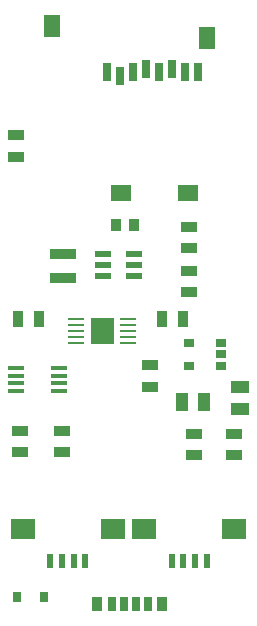
<source format=gtp>
G04*
G04 #@! TF.GenerationSoftware,Altium Limited,Altium Designer,20.2.7 (254)*
G04*
G04 Layer_Color=8421504*
%FSLAX25Y25*%
%MOIN*%
G70*
G04*
G04 #@! TF.SameCoordinates,4998CC98-4955-4D50-BC1E-778ED6EA16F9*
G04*
G04*
G04 #@! TF.FilePolarity,Positive*
G04*
G01*
G75*
%ADD17R,0.05500X0.01100*%
G04:AMPARAMS|DCode=18|XSize=55.12mil|YSize=35.43mil|CornerRadius=1.77mil|HoleSize=0mil|Usage=FLASHONLY|Rotation=90.000|XOffset=0mil|YOffset=0mil|HoleType=Round|Shape=RoundedRectangle|*
%AMROUNDEDRECTD18*
21,1,0.05512,0.03189,0,0,90.0*
21,1,0.05158,0.03543,0,0,90.0*
1,1,0.00354,0.01595,0.02579*
1,1,0.00354,0.01595,-0.02579*
1,1,0.00354,-0.01595,-0.02579*
1,1,0.00354,-0.01595,0.02579*
%
%ADD18ROUNDEDRECTD18*%
G04:AMPARAMS|DCode=19|XSize=55.12mil|YSize=35.43mil|CornerRadius=1.77mil|HoleSize=0mil|Usage=FLASHONLY|Rotation=180.000|XOffset=0mil|YOffset=0mil|HoleType=Round|Shape=RoundedRectangle|*
%AMROUNDEDRECTD19*
21,1,0.05512,0.03189,0,0,180.0*
21,1,0.05158,0.03543,0,0,180.0*
1,1,0.00354,-0.02579,0.01595*
1,1,0.00354,0.02579,0.01595*
1,1,0.00354,0.02579,-0.01595*
1,1,0.00354,-0.02579,-0.01595*
%
%ADD19ROUNDEDRECTD19*%
%ADD20R,0.03150X0.03543*%
%ADD21R,0.03543X0.04528*%
%ADD22R,0.03150X0.04528*%
%ADD23R,0.02756X0.04528*%
%ADD24R,0.05200X0.02362*%
%ADD25R,0.05200X0.01400*%
G04:AMPARAMS|DCode=26|XSize=31.5mil|YSize=86.61mil|CornerRadius=1.58mil|HoleSize=0mil|Usage=FLASHONLY|Rotation=90.000|XOffset=0mil|YOffset=0mil|HoleType=Round|Shape=RoundedRectangle|*
%AMROUNDEDRECTD26*
21,1,0.03150,0.08346,0,0,90.0*
21,1,0.02835,0.08661,0,0,90.0*
1,1,0.00315,0.04173,0.01417*
1,1,0.00315,0.04173,-0.01417*
1,1,0.00315,-0.04173,-0.01417*
1,1,0.00315,-0.04173,0.01417*
%
%ADD26ROUNDEDRECTD26*%
G04:AMPARAMS|DCode=27|XSize=37.4mil|YSize=35.43mil|CornerRadius=1.77mil|HoleSize=0mil|Usage=FLASHONLY|Rotation=90.000|XOffset=0mil|YOffset=0mil|HoleType=Round|Shape=RoundedRectangle|*
%AMROUNDEDRECTD27*
21,1,0.03740,0.03189,0,0,90.0*
21,1,0.03386,0.03543,0,0,90.0*
1,1,0.00354,0.01595,0.01693*
1,1,0.00354,0.01595,-0.01693*
1,1,0.00354,-0.01595,-0.01693*
1,1,0.00354,-0.01595,0.01693*
%
%ADD27ROUNDEDRECTD27*%
G04:AMPARAMS|DCode=28|XSize=61.02mil|YSize=41.34mil|CornerRadius=2.07mil|HoleSize=0mil|Usage=FLASHONLY|Rotation=90.000|XOffset=0mil|YOffset=0mil|HoleType=Round|Shape=RoundedRectangle|*
%AMROUNDEDRECTD28*
21,1,0.06102,0.03720,0,0,90.0*
21,1,0.05689,0.04134,0,0,90.0*
1,1,0.00413,0.01860,0.02845*
1,1,0.00413,0.01860,-0.02845*
1,1,0.00413,-0.01860,-0.02845*
1,1,0.00413,-0.01860,0.02845*
%
%ADD28ROUNDEDRECTD28*%
G04:AMPARAMS|DCode=29|XSize=61.02mil|YSize=41.34mil|CornerRadius=2.07mil|HoleSize=0mil|Usage=FLASHONLY|Rotation=180.000|XOffset=0mil|YOffset=0mil|HoleType=Round|Shape=RoundedRectangle|*
%AMROUNDEDRECTD29*
21,1,0.06102,0.03720,0,0,180.0*
21,1,0.05689,0.04134,0,0,180.0*
1,1,0.00413,-0.02845,0.01860*
1,1,0.00413,0.02845,0.01860*
1,1,0.00413,0.02845,-0.01860*
1,1,0.00413,-0.02845,-0.01860*
%
%ADD29ROUNDEDRECTD29*%
G04:AMPARAMS|DCode=30|XSize=23.62mil|YSize=35.43mil|CornerRadius=1.18mil|HoleSize=0mil|Usage=FLASHONLY|Rotation=90.000|XOffset=0mil|YOffset=0mil|HoleType=Round|Shape=RoundedRectangle|*
%AMROUNDEDRECTD30*
21,1,0.02362,0.03307,0,0,90.0*
21,1,0.02126,0.03543,0,0,90.0*
1,1,0.00236,0.01654,0.01063*
1,1,0.00236,0.01654,-0.01063*
1,1,0.00236,-0.01654,-0.01063*
1,1,0.00236,-0.01654,0.01063*
%
%ADD30ROUNDEDRECTD30*%
%ADD31R,0.07874X0.07087*%
%ADD32R,0.02362X0.05118*%
%ADD33R,0.03150X0.05906*%
%ADD34R,0.05512X0.07480*%
%ADD35R,0.07087X0.05512*%
G36*
X55276Y106577D02*
X47676D01*
Y115077D01*
X55276D01*
Y106577D01*
D02*
G37*
D17*
X42876Y110827D02*
D03*
Y112797D02*
D03*
Y106887D02*
D03*
Y108857D02*
D03*
X60076Y110827D02*
D03*
Y114767D02*
D03*
Y112797D02*
D03*
Y108857D02*
D03*
Y106887D02*
D03*
X42876Y114767D02*
D03*
D18*
X71305D02*
D03*
X78392D02*
D03*
X30413D02*
D03*
X23327D02*
D03*
D19*
X67520Y92224D02*
D03*
Y99311D02*
D03*
X22623Y175965D02*
D03*
Y168878D02*
D03*
X80512Y145374D02*
D03*
Y138287D02*
D03*
Y130709D02*
D03*
Y123622D02*
D03*
X37991Y77559D02*
D03*
Y70472D02*
D03*
X24114Y77559D02*
D03*
Y70472D02*
D03*
X95473Y76575D02*
D03*
Y69488D02*
D03*
X82087Y76575D02*
D03*
Y69488D02*
D03*
D20*
X22933Y22080D02*
D03*
X31988D02*
D03*
D21*
X71457Y19685D02*
D03*
X49803D02*
D03*
D22*
X66614D02*
D03*
X54646D02*
D03*
D23*
X58661D02*
D03*
X62598D02*
D03*
D24*
X61982Y136476D02*
D03*
Y132776D02*
D03*
Y129076D02*
D03*
X51782D02*
D03*
Y132776D02*
D03*
Y136476D02*
D03*
D25*
X37023Y90787D02*
D03*
Y93287D02*
D03*
Y95887D02*
D03*
Y98387D02*
D03*
X22623D02*
D03*
Y95887D02*
D03*
Y93287D02*
D03*
Y90787D02*
D03*
D26*
X38275Y128548D02*
D03*
Y136422D02*
D03*
D27*
X55962Y146225D02*
D03*
X62064D02*
D03*
D28*
X85236Y87008D02*
D03*
X77953D02*
D03*
D29*
X97441Y92028D02*
D03*
Y84745D02*
D03*
D30*
X80315Y99257D02*
D03*
X90945D02*
D03*
X80315Y106737D02*
D03*
X90945D02*
D03*
Y102997D02*
D03*
D31*
X95472Y44882D02*
D03*
X65551D02*
D03*
X54921D02*
D03*
X24999D02*
D03*
D32*
X74606Y34055D02*
D03*
X78543D02*
D03*
X82480D02*
D03*
X86417D02*
D03*
X34054D02*
D03*
X37991D02*
D03*
X41928D02*
D03*
X45865D02*
D03*
D33*
X52993Y197244D02*
D03*
X57323Y195669D02*
D03*
X61654Y197244D02*
D03*
X65985Y198031D02*
D03*
X70316Y197244D02*
D03*
X74646Y198031D02*
D03*
X78977Y197244D02*
D03*
X83308D02*
D03*
D34*
X34646Y212401D02*
D03*
X86418Y208465D02*
D03*
D35*
X57678Y156693D02*
D03*
X80119D02*
D03*
M02*

</source>
